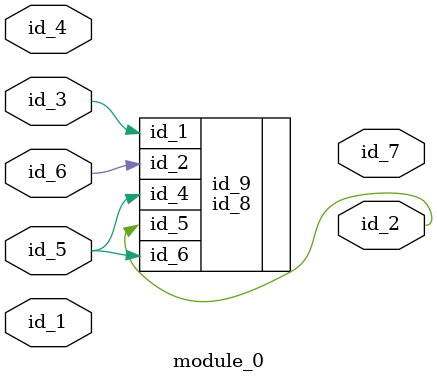
<source format=v>
module module_0 (
    id_1,
    id_2,
    id_3,
    id_4,
    id_5,
    id_6,
    id_7
);
  output id_7;
  input id_6;
  input id_5;
  input id_4;
  input id_3;
  output id_2;
  input id_1;
  id_8 id_9 (
      .id_4(id_7[id_3]),
      .id_6(id_5),
      .id_6(id_5),
      .id_5(id_2),
      .id_4(id_6),
      .id_4(id_5),
      .id_1(id_3),
      .id_2(id_6)
  );
endmodule

</source>
